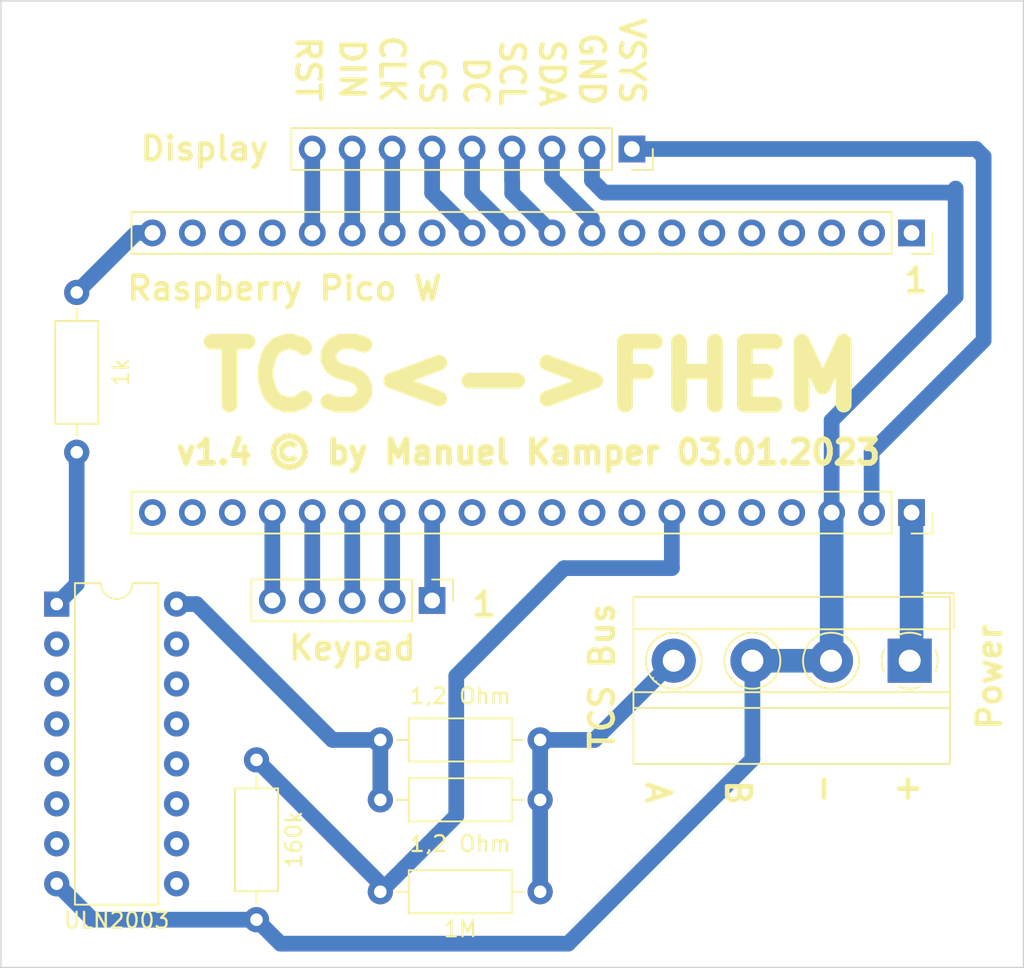
<source format=kicad_pcb>
(kicad_pcb (version 20211014) (generator pcbnew)
  (layers (0 "F.Cu" signal) (31 "B.Cu" signal) (34 "B.Paste" user) (35 "F.Paste" user) (36 "B.SilkS" user "B.Silkscreen") (37 "F.SilkS" user "F.Silkscreen") (38 "B.Mask" user) (39 "F.Mask" user) (44 "Edge.Cuts" user))
  (net 0 "")
  (net 1 "+24V")
  (net 2 "GND")
  (net 9 "Net-(J2-Pad9)")
  (net 24 "Net-(J3-Pad13)")
  (net 25 "Net-(J3-Pad14)")
  (net 26 "Net-(J3-Pad15)")
  (net 27 "Net-(J3-Pad16)")
  (net 28 "Net-(J3-Pad17)")
  (net 29 "Net-(J5-Pad4)")
  (net 30 "Net-(J5-Pad5)")
  (net 31 "Net-(J5-Pad6)")
  (net 33 "Net-(J2-Pad14)")
  (net 34 "Net-(J2-Pad15)")
  (net 35 "Net-(J2-Pad16)")
  (net 36 "Net-(J3-Pad2)")
  (net 52 "Net-(J1-Pad4)")
  (net 53 "Net-(R1-Pad1)")
  (net 54 "Net-(R5-Pad2)")
  (net 55 "Net-(J2-Pad20)")
  (net 56 "Net-(J3-Pad7)")
  (footprint "Connector_PinHeader_2.54mm:PinHeader_1x05_P2.54mm_Vertical" (layer "F.Cu") (at 175.758 109.245 -90)
    (fp_text reference "J4" hide)
    (fp_text value "Keypad" hide)
    (fp_line (start -1.33 11.49) (end 1.33 11.49) (layer "F.SilkS") (width 0.12))
    (fp_line (start 1.33 1.27) (end 1.33 11.49) (layer "F.SilkS") (width 0.12))
    (fp_line (start -1.33 -1.33) (end 0 -1.33) (layer "F.SilkS") (width 0.12))
    (fp_line (start -1.33 1.27) (end 1.33 1.27) (layer "F.SilkS") (width 0.12))
    (fp_line (start -1.33 0) (end -1.33 -1.33) (layer "F.SilkS") (width 0.12))
    (fp_line (start -1.33 1.27) (end -1.33 11.49) (layer "F.SilkS") (width 0.12))
    (pad "1" thru_hole rect (at 0 0 270) (size 1.7 1.7) (drill 1) (layers *.Cu *.Mask) (net 24 "Net-(J3-Pad13)"))
    (pad "2" thru_hole oval (at 0 2.54 270) (size 1.7 1.7) (drill 1) (layers *.Cu *.Mask) (net 25 "Net-(J3-Pad14)"))
    (pad "3" thru_hole oval (at 0 5.08 270) (size 1.7 1.7) (drill 1) (layers *.Cu *.Mask) (net 26 "Net-(J3-Pad15)"))
    (pad "4" thru_hole oval (at 0 7.62 270) (size 1.7 1.7) (drill 1) (layers *.Cu *.Mask) (net 27 "Net-(J3-Pad16)"))
    (pad "5" thru_hole oval (at 0 10.16 270) (size 1.7 1.7) (drill 1) (layers *.Cu *.Mask) (net 28 "Net-(J3-Pad17)"))
  )
  (footprint "Resistor_THT:R_Axial_DIN0207_L6.3mm_D2.5mm_P10.16mm_Horizontal" (layer "F.Cu") (at 164.592 129.54 90)
    (fp_text reference "R4" hide)
    (fp_text value "160k" (at 5.08 2.37 90) (layer "F.SilkS"))
    (fp_line (start 1.81 1.37) (end 8.35 1.37) (layer "F.SilkS") (width 0.12))
    (fp_line (start 8.35 -1.37) (end 1.81 -1.37) (layer "F.SilkS") (width 0.12))
    (fp_line (start 8.35 1.37) (end 8.35 -1.37) (layer "F.SilkS") (width 0.12))
    (fp_line (start 1.04 0) (end 1.81 0) (layer "F.SilkS") (width 0.12))
    (fp_line (start 9.12 0) (end 8.35 0) (layer "F.SilkS") (width 0.12))
    (fp_line (start 1.81 -1.37) (end 1.81 1.37) (layer "F.SilkS") (width 0.12))
    (pad "1" thru_hole circle (at 0 0 90) (size 1.6 1.6) (drill 0.8) (layers *.Cu *.Mask) (net 2 "GND"))
    (pad "2" thru_hole oval (at 10.16 0 90) (size 1.6 1.6) (drill 0.8) (layers *.Cu *.Mask) (net 56 "Net-(J3-Pad7)"))
  )
  (footprint "TerminalBlock_MetzConnect:TerminalBlock_MetzConnect_Type011_RT05504HBWC_1x04_P5.00mm_Horizontal" (layer "F.Cu") (at 206.118 113.075 180)
    (fp_text reference "J1" hide)
    (fp_text value "TCS/Power" hide)
    (fp_line (start 8.7 1.083) (end 8.65 1.133) (layer "F.SilkS") (width 0.12))
    (fp_line (start 3.7 1.083) (end 3.65 1.133) (layer "F.SilkS") (width 0.12))
    (fp_line (start 11.133 -1.35) (end 11.108 -1.326) (layer "F.SilkS") (width 0.12))
    (fp_line (start -2.56 2) (end 17.561 2) (layer "F.SilkS") (width 0.12))
    (fp_line (start 6.133 -1.35) (end 6.108 -1.326) (layer "F.SilkS") (width 0.12))
    (fp_line (start -2.56 -6.56) (end -2.56 4.06) (layer "F.SilkS") (width 0.12))
    (fp_line (start 16.133 -1.35) (end 16.108 -1.326) (layer "F.SilkS") (width 0.12))
    (fp_line (start 8.892 1.325) (end 8.868 1.35) (layer "F.SilkS") (width 0.12))
    (fp_line (start 11.35 -1.133) (end 11.301 -1.083) (layer "F.SilkS") (width 0.12))
    (fp_line (start 17.561 -6.56) (end 17.561 4.06) (layer "F.SilkS") (width 0.12))
    (fp_line (start -2.56 -6.56) (end 17.561 -6.56) (layer "F.SilkS") (width 0.12))
    (fp_line (start -2.56 4.06) (end 17.561 4.06) (layer "F.SilkS") (width 0.12))
    (fp_line (start 13.892 1.325) (end 13.868 1.35) (layer "F.SilkS") (width 0.12))
    (fp_line (start 16.35 -1.133) (end 16.301 -1.083) (layer "F.SilkS") (width 0.12))
    (fp_line (start -2.56 -2) (end 17.561 -2) (layer "F.SilkS") (width 0.12))
    (fp_line (start -2.56 -3) (end 17.561 -3) (layer "F.SilkS") (width 0.12))
    (fp_line (start -2.8 4.3) (end -0.8 4.3) (layer "F.SilkS") (width 0.12))
    (fp_line (start 6.35 -1.133) (end 6.301 -1.083) (layer "F.SilkS") (width 0.12))
    (fp_line (start 3.892 1.325) (end 3.868 1.35) (layer "F.SilkS") (width 0.12))
    (fp_line (start -2.8 2.06) (end -2.8 4.3) (layer "F.SilkS") (width 0.12))
    (fp_line (start 13.7 1.083) (end 13.65 1.133) (layer "F.SilkS") (width 0.12))
    (fp_arc (start -1.639206 0.695516) (mid -1.780657 -0.000263) (end -1.639 -0.696) (layer "F.SilkS") (width 0.12))
    (fp_arc (start 0.695501 1.638499) (mid 0.354875 1.744266) (end 0 1.78) (layer "F.SilkS") (width 0.12))
    (fp_arc (start 0.030814 1.78039) (mid -0.340023 1.747891) (end -0.696 1.639) (layer "F.SilkS") (width 0.12))
    (fp_arc (start 1.639206 -0.695516) (mid 1.780657 0.000263) (end 1.639 0.696) (layer "F.SilkS") (width 0.12))
    (fp_arc (start -0.695516 -1.639206) (mid 0.000263 -1.780657) (end 0.696 -1.639) (layer "F.SilkS") (width 0.12))
    (fp_circle (center 10 0) (end 11.78 0) (layer "F.SilkS") (width 0.12) (fill none))
    (fp_circle (center 15 0) (end 16.78 0) (layer "F.SilkS") (width 0.12) (fill none))
    (fp_circle (center 5 0) (end 6.78 0) (layer "F.SilkS") (width 0.12) (fill none))
    (pad "1" thru_hole rect (at 0 0 180) (size 2.8 2.8) (drill 1.4) (layers *.Cu *.Mask) (net 1 "+24V"))
    (pad "2" thru_hole circle (at 5 0 180) (size 2.8 2.8) (drill 1.4) (layers *.Cu *.Mask) (net 2 "GND"))
    (pad "3" thru_hole circle (at 10 0 180) (size 2.8 2.8) (drill 1.4) (layers *.Cu *.Mask) (net 2 "GND"))
    (pad "4" thru_hole circle (at 15 0 180) (size 2.8 2.8) (drill 1.4) (layers *.Cu *.Mask) (net 52 "Net-(J1-Pad4)"))
  )
  (footprint "Connector_PinSocket_2.54mm:PinSocket_1x20_P2.54mm_Vertical" (layer "F.Cu") (at 206.238 103.657 -90)
    (fp_text reference "J3" hide)
    (fp_text value "Conn_01x20_Male" hide)
    (fp_line (start -1.33 49.59) (end 1.33 49.59) (layer "F.SilkS") (width 0.12))
    (fp_line (start 0 -1.33) (end 1.33 -1.33) (layer "F.SilkS") (width 0.12))
    (fp_line (start -1.33 1.27) (end 1.33 1.27) (layer "F.SilkS") (width 0.12))
    (fp_line (start 1.33 -1.33) (end 1.33 0) (layer "F.SilkS") (width 0.12))
    (fp_line (start -1.33 1.27) (end -1.33 49.59) (layer "F.SilkS") (width 0.12))
    (fp_line (start 1.33 1.27) (end 1.33 49.59) (layer "F.SilkS") (width 0.12))
    (pad "1" thru_hole rect (at 0 0 270) (size 1.7 1.7) (drill 1) (layers *.Cu *.Mask) (net 1 "+24V"))
    (pad "2" thru_hole oval (at 0 2.54 270) (size 1.7 1.7) (drill 1) (layers *.Cu *.Mask) (net 36 "Net-(J3-Pad2)"))
    (pad "3" thru_hole oval (at 0 5.08 270) (size 1.7 1.7) (drill 1) (layers *.Cu *.Mask) (net 2 "GND"))
    (pad "4" thru_hole oval (at 0 7.62 270) (size 1.7 1.7) (drill 1) (layers *.Cu *.Mask))
    (pad "5" thru_hole oval (at 0 10.16 270) (size 1.7 1.7) (drill 1) (layers *.Cu *.Mask))
    (pad "6" thru_hole oval (at 0 12.7 270) (size 1.7 1.7) (drill 1) (layers *.Cu *.Mask))
    (pad "7" thru_hole oval (at 0 15.24 270) (size 1.7 1.7) (drill 1) (layers *.Cu *.Mask) (net 56 "Net-(J3-Pad7)"))
    (pad "8" thru_hole oval (at 0 17.78 270) (size 1.7 1.7) (drill 1) (layers *.Cu *.Mask))
    (pad "9" thru_hole oval (at 0 20.32 270) (size 1.7 1.7) (drill 1) (layers *.Cu *.Mask))
    (pad "10" thru_hole oval (at 0 22.86 270) (size 1.7 1.7) (drill 1) (layers *.Cu *.Mask))
    (pad "11" thru_hole oval (at 0 25.4 270) (size 1.7 1.7) (drill 1) (layers *.Cu *.Mask))
    (pad "12" thru_hole oval (at 0 27.94 270) (size 1.7 1.7) (drill 1) (layers *.Cu *.Mask))
    (pad "13" thru_hole oval (at 0 30.48 270) (size 1.7 1.7) (drill 1) (layers *.Cu *.Mask) (net 24 "Net-(J3-Pad13)"))
    (pad "14" thru_hole oval (at 0 33.02 270) (size 1.7 1.7) (drill 1) (layers *.Cu *.Mask) (net 25 "Net-(J3-Pad14)"))
    (pad "15" thru_hole oval (at 0 35.56 270) (size 1.7 1.7) (drill 1) (layers *.Cu *.Mask) (net 26 "Net-(J3-Pad15)"))
    (pad "16" thru_hole oval (at 0 38.1 270) (size 1.7 1.7) (drill 1) (layers *.Cu *.Mask) (net 27 "Net-(J3-Pad16)"))
    (pad "17" thru_hole oval (at 0 40.64 270) (size 1.7 1.7) (drill 1) (layers *.Cu *.Mask) (net 28 "Net-(J3-Pad17)"))
    (pad "18" thru_hole oval (at 0 43.18 270) (size 1.7 1.7) (drill 1) (layers *.Cu *.Mask))
    (pad "19" thru_hole oval (at 0 45.72 270) (size 1.7 1.7) (drill 1) (layers *.Cu *.Mask))
    (pad "20" thru_hole oval (at 0 48.26 270) (size 1.7 1.7) (drill 1) (layers *.Cu *.Mask))
  )
  (footprint "Connector_PinSocket_2.54mm:PinSocket_1x20_P2.54mm_Vertical" (layer "F.Cu") (at 206.238 85.877 -90)
    (fp_text reference "J2" hide)
    (fp_text value "Conn_01x20_Male" hide)
    (fp_line (start 0 -1.33) (end 1.33 -1.33) (layer "F.SilkS") (width 0.12))
    (fp_line (start -1.33 1.27) (end -1.33 49.59) (layer "F.SilkS") (width 0.12))
    (fp_line (start 1.33 -1.33) (end 1.33 0) (layer "F.SilkS") (width 0.12))
    (fp_line (start 1.33 1.27) (end 1.33 49.59) (layer "F.SilkS") (width 0.12))
    (fp_line (start -1.33 49.59) (end 1.33 49.59) (layer "F.SilkS") (width 0.12))
    (fp_line (start -1.33 1.27) (end 1.33 1.27) (layer "F.SilkS") (width 0.12))
    (pad "1" thru_hole rect (at 0 0 270) (size 1.7 1.7) (drill 1) (layers *.Cu *.Mask))
    (pad "2" thru_hole oval (at 0 2.54 270) (size 1.7 1.7) (drill 1) (layers *.Cu *.Mask))
    (pad "3" thru_hole oval (at 0 5.08 270) (size 1.7 1.7) (drill 1) (layers *.Cu *.Mask))
    (pad "4" thru_hole oval (at 0 7.62 270) (size 1.7 1.7) (drill 1) (layers *.Cu *.Mask))
    (pad "5" thru_hole oval (at 0 10.16 270) (size 1.7 1.7) (drill 1) (layers *.Cu *.Mask))
    (pad "6" thru_hole oval (at 0 12.7 270) (size 1.7 1.7) (drill 1) (layers *.Cu *.Mask))
    (pad "7" thru_hole oval (at 0 15.24 270) (size 1.7 1.7) (drill 1) (layers *.Cu *.Mask))
    (pad "8" thru_hole oval (at 0 17.78 270) (size 1.7 1.7) (drill 1) (layers *.Cu *.Mask))
    (pad "9" thru_hole oval (at 0 20.32 270) (size 1.7 1.7) (drill 1) (layers *.Cu *.Mask) (net 9 "Net-(J2-Pad9)"))
    (pad "10" thru_hole oval (at 0 22.86 270) (size 1.7 1.7) (drill 1) (layers *.Cu *.Mask) (net 29 "Net-(J5-Pad4)"))
    (pad "11" thru_hole oval (at 0 25.4 270) (size 1.7 1.7) (drill 1) (layers *.Cu *.Mask) (net 30 "Net-(J5-Pad5)"))
    (pad "12" thru_hole oval (at 0 27.94 270) (size 1.7 1.7) (drill 1) (layers *.Cu *.Mask) (net 31 "Net-(J5-Pad6)"))
    (pad "13" thru_hole oval (at 0 30.48 270) (size 1.7 1.7) (drill 1) (layers *.Cu *.Mask))
    (pad "14" thru_hole oval (at 0 33.02 270) (size 1.7 1.7) (drill 1) (layers *.Cu *.Mask) (net 33 "Net-(J2-Pad14)"))
    (pad "15" thru_hole oval (at 0 35.56 270) (size 1.7 1.7) (drill 1) (layers *.Cu *.Mask) (net 34 "Net-(J2-Pad15)"))
    (pad "16" thru_hole oval (at 0 38.1 270) (size 1.7 1.7) (drill 1) (layers *.Cu *.Mask) (net 35 "Net-(J2-Pad16)"))
    (pad "17" thru_hole oval (at 0 40.64 270) (size 1.7 1.7) (drill 1) (layers *.Cu *.Mask))
    (pad "18" thru_hole oval (at 0 43.18 270) (size 1.7 1.7) (drill 1) (layers *.Cu *.Mask))
    (pad "19" thru_hole oval (at 0 45.72 270) (size 1.7 1.7) (drill 1) (layers *.Cu *.Mask))
    (pad "20" thru_hole oval (at 0 48.26 270) (size 1.7 1.7) (drill 1) (layers *.Cu *.Mask) (net 55 "Net-(J2-Pad20)"))
  )
  (footprint "Package_DIP:DIP-16_W7.62mm" (layer "F.Cu") (at 151.892 109.474)
    (fp_text reference "U2" hide)
    (fp_text value "ULN2003" (at 3.81 20.11) (layer "F.SilkS"))
    (fp_line (start 6.46 -1.33) (end 4.81 -1.33) (layer "F.SilkS") (width 0.12))
    (fp_line (start 1.16 19.11) (end 6.46 19.11) (layer "F.SilkS") (width 0.12))
    (fp_line (start 6.46 19.11) (end 6.46 -1.33) (layer "F.SilkS") (width 0.12))
    (fp_line (start 2.81 -1.33) (end 1.16 -1.33) (layer "F.SilkS") (width 0.12))
    (fp_line (start 1.16 -1.33) (end 1.16 19.11) (layer "F.SilkS") (width 0.12))
    (fp_arc (start 4.81 -1.33) (mid 3.81 -0.33) (end 2.81 -1.33) (layer "F.SilkS") (width 0.12))
    (pad "1" thru_hole rect (at 0 0) (size 1.6 1.6) (drill 0.8) (layers *.Cu *.Mask) (net 54 "Net-(R5-Pad2)"))
    (pad "2" thru_hole oval (at 0 2.54) (size 1.6 1.6) (drill 0.8) (layers *.Cu *.Mask))
    (pad "3" thru_hole oval (at 0 5.08) (size 1.6 1.6) (drill 0.8) (layers *.Cu *.Mask))
    (pad "4" thru_hole oval (at 0 7.62) (size 1.6 1.6) (drill 0.8) (layers *.Cu *.Mask))
    (pad "5" thru_hole oval (at 0 10.16) (size 1.6 1.6) (drill 0.8) (layers *.Cu *.Mask))
    (pad "6" thru_hole oval (at 0 12.7) (size 1.6 1.6) (drill 0.8) (layers *.Cu *.Mask))
    (pad "7" thru_hole oval (at 0 15.24) (size 1.6 1.6) (drill 0.8) (layers *.Cu *.Mask))
    (pad "8" thru_hole oval (at 0 17.78) (size 1.6 1.6) (drill 0.8) (layers *.Cu *.Mask) (net 2 "GND"))
    (pad "9" thru_hole oval (at 7.62 17.78) (size 1.6 1.6) (drill 0.8) (layers *.Cu *.Mask))
    (pad "10" thru_hole oval (at 7.62 15.24) (size 1.6 1.6) (drill 0.8) (layers *.Cu *.Mask))
    (pad "11" thru_hole oval (at 7.62 12.7) (size 1.6 1.6) (drill 0.8) (layers *.Cu *.Mask))
    (pad "12" thru_hole oval (at 7.62 10.16) (size 1.6 1.6) (drill 0.8) (layers *.Cu *.Mask))
    (pad "13" thru_hole oval (at 7.62 7.62) (size 1.6 1.6) (drill 0.8) (layers *.Cu *.Mask))
    (pad "14" thru_hole oval (at 7.62 5.08) (size 1.6 1.6) (drill 0.8) (layers *.Cu *.Mask))
    (pad "15" thru_hole oval (at 7.62 2.54) (size 1.6 1.6) (drill 0.8) (layers *.Cu *.Mask))
    (pad "16" thru_hole oval (at 7.62 0) (size 1.6 1.6) (drill 0.8) (layers *.Cu *.Mask) (net 53 "Net-(R1-Pad1)"))
  )
  (footprint "Resistor_THT:R_Axial_DIN0207_L6.3mm_D2.5mm_P10.16mm_Horizontal" (layer "F.Cu") (at 172.466 118.11)
    (fp_text reference "R1" hide)
    (fp_text value "1,2 Ohm" (at 5.08 -2.794) (layer "F.SilkS"))
    (fp_line (start 1.81 -1.37) (end 1.81 1.37) (layer "F.SilkS") (width 0.12))
    (fp_line (start 1.81 1.37) (end 8.35 1.37) (layer "F.SilkS") (width 0.12))
    (fp_line (start 1.04 0) (end 1.81 0) (layer "F.SilkS") (width 0.12))
    (fp_line (start 9.12 0) (end 8.35 0) (layer "F.SilkS") (width 0.12))
    (fp_line (start 8.35 -1.37) (end 1.81 -1.37) (layer "F.SilkS") (width 0.12))
    (fp_line (start 8.35 1.37) (end 8.35 -1.37) (layer "F.SilkS") (width 0.12))
    (pad "1" thru_hole circle (at 0 0) (size 1.6 1.6) (drill 0.8) (layers *.Cu *.Mask) (net 53 "Net-(R1-Pad1)"))
    (pad "2" thru_hole oval (at 10.16 0) (size 1.6 1.6) (drill 0.8) (layers *.Cu *.Mask) (net 52 "Net-(J1-Pad4)"))
  )
  (footprint "Connector_PinSocket_2.54mm:PinSocket_1x09_P2.54mm_Vertical" (layer "F.Cu") (at 188.458 80.543 -90)
    (fp_text reference "J5" hide)
    (fp_text value "Display" hide)
    (fp_line (start 0 -1.33) (end 1.33 -1.33) (layer "F.SilkS") (width 0.12))
    (fp_line (start 1.33 -1.33) (end 1.33 0) (layer "F.SilkS") (width 0.12))
    (fp_line (start -1.33 1.27) (end 1.33 1.27) (layer "F.SilkS") (width 0.12))
    (fp_line (start -1.33 21.65) (end 1.33 21.65) (layer "F.SilkS") (width 0.12))
    (fp_line (start -1.33 1.27) (end -1.33 21.65) (layer "F.SilkS") (width 0.12))
    (fp_line (start 1.33 1.27) (end 1.33 21.65) (layer "F.SilkS") (width 0.12))
    (pad "1" thru_hole rect (at 0 0 270) (size 1.7 1.7) (drill 1) (layers *.Cu *.Mask) (net 36 "Net-(J3-Pad2)"))
    (pad "2" thru_hole oval (at 0 2.54 270) (size 1.7 1.7) (drill 1) (layers *.Cu *.Mask) (net 2 "GND"))
    (pad "3" thru_hole oval (at 0 5.08 270) (size 1.7 1.7) (drill 1) (layers *.Cu *.Mask) (net 9 "Net-(J2-Pad9)"))
    (pad "4" thru_hole oval (at 0 7.62 270) (size 1.7 1.7) (drill 1) (layers *.Cu *.Mask) (net 29 "Net-(J5-Pad4)"))
    (pad "5" thru_hole oval (at 0 10.16 270) (size 1.7 1.7) (drill 1) (layers *.Cu *.Mask) (net 30 "Net-(J5-Pad5)"))
    (pad "6" thru_hole oval (at 0 12.7 270) (size 1.7 1.7) (drill 1) (layers *.Cu *.Mask) (net 31 "Net-(J5-Pad6)"))
    (pad "7" thru_hole oval (at 0 15.24 270) (size 1.7 1.7) (drill 1) (layers *.Cu *.Mask) (net 33 "Net-(J2-Pad14)"))
    (pad "8" thru_hole oval (at 0 17.78 270) (size 1.7 1.7) (drill 1) (layers *.Cu *.Mask) (net 34 "Net-(J2-Pad15)"))
    (pad "9" thru_hole oval (at 0 20.32 270) (size 1.7 1.7) (drill 1) (layers *.Cu *.Mask) (net 35 "Net-(J2-Pad16)"))
  )
  (footprint "Resistor_THT:R_Axial_DIN0207_L6.3mm_D2.5mm_P10.16mm_Horizontal" (layer "F.Cu") (at 172.466 127.762)
    (fp_text reference "R3" hide)
    (fp_text value "1M" (at 5.08 2.37) (layer "F.SilkS"))
    (fp_line (start 8.35 -1.37) (end 1.81 -1.37) (layer "F.SilkS") (width 0.12))
    (fp_line (start 9.12 0) (end 8.35 0) (layer "F.SilkS") (width 0.12))
    (fp_line (start 1.81 -1.37) (end 1.81 1.37) (layer "F.SilkS") (width 0.12))
    (fp_line (start 8.35 1.37) (end 8.35 -1.37) (layer "F.SilkS") (width 0.12))
    (fp_line (start 1.04 0) (end 1.81 0) (layer "F.SilkS") (width 0.12))
    (fp_line (start 1.81 1.37) (end 8.35 1.37) (layer "F.SilkS") (width 0.12))
    (pad "1" thru_hole circle (at 0 0) (size 1.6 1.6) (drill 0.8) (layers *.Cu *.Mask) (net 56 "Net-(J3-Pad7)"))
    (pad "2" thru_hole oval (at 10.16 0) (size 1.6 1.6) (drill 0.8) (layers *.Cu *.Mask) (net 52 "Net-(J1-Pad4)"))
  )
  (footprint "Resistor_THT:R_Axial_DIN0207_L6.3mm_D2.5mm_P10.16mm_Horizontal" (layer "F.Cu") (at 153.162 89.662 -90)
    (fp_text reference "R5" hide)
    (fp_text value "1k" (at 5.08 -2.794 90) (layer "F.SilkS"))
    (fp_line (start 9.12 0) (end 8.35 0) (layer "F.SilkS") (width 0.12))
    (fp_line (start 1.04 0) (end 1.81 0) (layer "F.SilkS") (width 0.12))
    (fp_line (start 8.35 -1.37) (end 1.81 -1.37) (layer "F.SilkS") (width 0.12))
    (fp_line (start 8.35 1.37) (end 8.35 -1.37) (layer "F.SilkS") (width 0.12))
    (fp_line (start 1.81 -1.37) (end 1.81 1.37) (layer "F.SilkS") (width 0.12))
    (fp_line (start 1.81 1.37) (end 8.35 1.37) (layer "F.SilkS") (width 0.12))
    (pad "1" thru_hole circle (at 0 0 270) (size 1.6 1.6) (drill 0.8) (layers *.Cu *.Mask) (net 55 "Net-(J2-Pad20)"))
    (pad "2" thru_hole oval (at 10.16 0 270) (size 1.6 1.6) (drill 0.8) (layers *.Cu *.Mask) (net 54 "Net-(R5-Pad2)"))
  )
  (footprint "Resistor_THT:R_Axial_DIN0207_L6.3mm_D2.5mm_P10.16mm_Horizontal" (layer "F.Cu") (at 172.466 121.92)
    (fp_text reference "R2" hide)
    (fp_text value "1,2 Ohm" (at 5.08 2.794) (layer "F.SilkS"))
    (fp_line (start 8.35 1.37) (end 8.35 -1.37) (layer "F.SilkS") (width 0.12))
    (fp_line (start 1.04 0) (end 1.81 0) (layer "F.SilkS") (width 0.12))
    (fp_line (start 8.35 -1.37) (end 1.81 -1.37) (layer "F.SilkS") (width 0.12))
    (fp_line (start 1.81 -1.37) (end 1.81 1.37) (layer "F.SilkS") (width 0.12))
    (fp_line (start 1.81 1.37) (end 8.35 1.37) (layer "F.SilkS") (width 0.12))
    (fp_line (start 9.12 0) (end 8.35 0) (layer "F.SilkS") (width 0.12))
    (pad "1" thru_hole circle (at 0 0) (size 1.6 1.6) (drill 0.8) (layers *.Cu *.Mask) (net 53 "Net-(R1-Pad1)"))
    (pad "2" thru_hole oval (at 10.16 0) (size 1.6 1.6) (drill 0.8) (layers *.Cu *.Mask) (net 52 "Net-(J1-Pad4)"))
  )
  (gr_rect (start 148.336 71.12) (end 213.36 132.588) (layer "Edge.Cuts") (width 0.1) (fill none))
  (gr_text "A" (at 190.116 121.457 -90) (layer "F.SilkS") (effects (font (size 1.5 1.5) (thickness 0.3))))
  (gr_text "VSYS" (at 188.458 74.955 -90) (layer "F.SilkS") (effects (font (size 1.5 1.5) (thickness 0.3))))
  (gr_text "1" (at 206.522 88.9) (layer "F.SilkS") (effects (font (size 1.5 1.5) (thickness 0.3))))
  (gr_text "+" (at 206.118 121.203 -90) (layer "F.SilkS") (effects (font (size 1.5 1.5) (thickness 0.3))))
  (gr_text "DIN" (at 170.678 75.463 -90) (layer "F.SilkS") (effects (font (size 1.5 1.5) (thickness 0.3))))
  (gr_text "CS" (at 175.758 76.225 -90) (layer "F.SilkS") (effects (font (size 1.5 1.5) (thickness 0.3))))
  (gr_text "CLK" (at 173.218 75.463 -90) (layer "F.SilkS") (effects (font (size 1.5 1.5) (thickness 0.3))))
  (gr_text "Keypad" (at 170.688 112.268) (layer "F.SilkS") (effects (font (size 1.5 1.5) (thickness 0.3))))
  (gr_text "v1.4 © by Manuel Kamper 03.01.2023" (at 181.864 99.822) (layer "F.SilkS") (effects (font (size 1.5 1.5) (thickness 0.375))))
  (gr_text "GND" (at 185.918 75.463 -90) (layer "F.SilkS") (effects (font (size 1.5 1.5) (thickness 0.3))))
  (gr_text "Raspberry Pico W" (at 166.37 89.408) (layer "F.SilkS") (effects (font (size 1.5 1.5) (thickness 0.3))))
  (gr_text "SDA" (at 183.378 75.717 -90) (layer "F.SilkS") (effects (font (size 1.5 1.5) (thickness 0.3))))
  (gr_text "RST" (at 167.884 75.463 -90) (layer "F.SilkS") (effects (font (size 1.5 1.5) (thickness 0.3))))
  (gr_text "TCS Bus" (at 186.56 114.091 90) (layer "F.SilkS") (effects (font (size 1.5 1.5) (thickness 0.3))))
  (gr_text "-" (at 200.784 121.203 -90) (layer "F.SilkS") (effects (font (size 1.5 1.5) (thickness 0.3))))
  (gr_text "1" (at 179.06 109.499) (layer "F.SilkS") (effects (font (size 1.5 1.5) (thickness 0.3))))
  (gr_text "B" (at 195.196 121.457 -90) (layer "F.SilkS") (effects (font (size 1.5 1.5) (thickness 0.3))))
  (gr_text "DC" (at 178.552 76.225 -90) (layer "F.SilkS") (effects (font (size 1.5 1.5) (thickness 0.3))))
  (gr_text "Power" (at 211.198 114.091 90) (layer "F.SilkS") (effects (font (size 1.5 1.5) (thickness 0.3))))
  (gr_text "TCS<->FHEM" (at 182.118 94.996) (layer "F.SilkS") (effects (font (size 4 4) (thickness 1))))
  (gr_text "Display" (at 161.29 80.518) (layer "F.SilkS") (effects (font (size 1.5 1.5) (thickness 0.3))))
  (gr_text "SCL" (at 180.838 75.717 -90) (layer "F.SilkS") (effects (font (size 1.5 1.5) (thickness 0.3))))
  (segment (start 206.238 103.657) (end 206.238 112.955) (width 1.5) (layer "B.Cu") (net 1))
  (segment (start 206.238 112.955) (end 206.118 113.075) (width 0.25) (layer "B.Cu") (net 1))
  (segment (start 185.918 82.54) (end 186.69 83.312) (width 1) (layer "B.Cu") (net 2))
  (segment (start 209.042 83.058) (end 209.042 89.916) (width 1) (layer "B.Cu") (net 2))
  (segment (start 154.178 129.54) (end 164.592 129.54) (width 1) (layer "B.Cu") (net 2))
  (segment (start 186.69 83.312) (end 208.788 83.312) (width 1) (layer "B.Cu") (net 2))
  (segment (start 151.892 127.254) (end 154.178 129.54) (width 1) (layer "B.Cu") (net 2))
  (segment (start 196.118 119.35) (end 196.118 113.075) (width 1) (layer "B.Cu") (net 2))
  (segment (start 164.592 129.54) (end 166.116 131.064) (width 1) (layer "B.Cu") (net 2))
  (segment (start 184.404 131.064) (end 196.118 119.35) (width 1) (layer "B.Cu") (net 2))
  (segment (start 209.042 89.916) (end 201.158 97.8) (width 1) (layer "B.Cu") (net 2))
  (segment (start 201.158 97.8) (end 201.158 103.657) (width 1) (layer "B.Cu") (net 2))
  (segment (start 185.918 80.543) (end 185.918 82.54) (width 1) (layer "B.Cu") (net 2))
  (segment (start 201.158 103.657) (end 201.158 113.035) (width 1.5) (layer "B.Cu") (net 2))
  (segment (start 201.158 113.035) (end 201.118 113.075) (width 0.25) (layer "B.Cu") (net 2))
  (segment (start 166.116 131.064) (end 184.404 131.064) (width 1) (layer "B.Cu") (net 2))
  (segment (start 208.788 83.312) (end 209.042 83.058) (width 0.25) (layer "B.Cu") (net 2))
  (segment (start 201.118 113.075) (end 196.118 113.075) (width 1.5) (layer "B.Cu") (net 2))
  (segment (start 183.378 80.543) (end 183.378 82.446604) (width 1) (layer "B.Cu") (net 9))
  (segment (start 183.378 82.446604) (end 185.918 84.986604) (width 1) (layer "B.Cu") (net 9))
  (segment (start 185.918 84.986604) (end 185.918 85.877) (width 0.25) (layer "B.Cu") (net 9))
  (segment (start 175.758 103.657) (end 175.758 109.245) (width 1) (layer "B.Cu") (net 24))
  (segment (start 173.218 103.657) (end 173.218 109.245) (width 1) (layer "B.Cu") (net 25))
  (segment (start 170.678 103.657) (end 170.678 109.245) (width 1) (layer "B.Cu") (net 26))
  (segment (start 168.138 103.657) (end 168.138 109.245) (width 1) (layer "B.Cu") (net 27))
  (segment (start 165.598 103.657) (end 165.598 109.245) (width 1) (layer "B.Cu") (net 28))
  (segment (start 180.848 83.347) (end 180.848 82.55) (width 1) (layer "B.Cu") (net 29))
  (segment (start 180.848 82.55) (end 180.838 82.54) (width 0.25) (layer "B.Cu") (net 29))
  (segment (start 183.378 85.877) (end 180.848 83.347) (width 1) (layer "B.Cu") (net 29))
  (segment (start 180.838 82.54) (end 180.838 80.543) (width 1) (layer "B.Cu") (net 29))
  (segment (start 178.298 83.337) (end 178.298 80.543) (width 1) (layer "B.Cu") (net 30))
  (segment (start 180.838 85.877) (end 178.298 83.337) (width 1) (layer "B.Cu") (net 30))
  (segment (start 178.298 85.877) (end 175.758 83.337) (width 1) (layer "B.Cu") (net 31))
  (segment (start 175.758 83.337) (end 175.758 80.543) (width 1) (layer "B.Cu") (net 31))
  (segment (start 173.218 80.543) (end 173.218 85.877) (width 1) (layer "B.Cu") (net 33))
  (segment (start 170.678 80.543) (end 170.678 85.877) (width 1) (layer "B.Cu") (net 34))
  (segment (start 168.138 80.543) (end 168.138 85.877) (width 1) (layer "B.Cu") (net 35))
  (segment (start 188.458 80.543) (end 210.337 80.543) (width 1) (layer "B.Cu") (net 36))
  (segment (start 210.82 81.026) (end 210.82 92.71) (width 1) (layer "B.Cu") (net 36))
  (segment (start 210.82 92.71) (end 203.698 99.832) (width 1) (layer "B.Cu") (net 36))
  (segment (start 210.337 80.543) (end 210.82 81.026) (width 1) (layer "B.Cu") (net 36))
  (segment (start 203.698 99.832) (end 203.698 103.657) (width 1) (layer "B.Cu") (net 36))
  (segment (start 182.626 121.92) (end 182.626 127.762) (width 1) (layer "B.Cu") (net 52))
  (segment (start 182.626 118.11) (end 182.626 121.92) (width 1) (layer "B.Cu") (net 52))
  (segment (start 182.626 118.11) (end 186.083 118.11) (width 1) (layer "B.Cu") (net 52))
  (segment (start 186.083 118.11) (end 191.118 113.075) (width 1) (layer "B.Cu") (net 52))
  (segment (start 160.782 109.474) (end 169.418 118.11) (width 1) (layer "B.Cu") (net 53))
  (segment (start 172.466 118.11) (end 172.466 121.92) (width 1) (layer "B.Cu") (net 53))
  (segment (start 159.512 109.474) (end 160.782 109.474) (width 1) (layer "B.Cu") (net 53))
  (segment (start 169.418 118.11) (end 172.466 118.11) (width 1) (layer "B.Cu") (net 53))
  (segment (start 153.162 108.204) (end 151.892 109.474) (width 1) (layer "B.Cu") (net 54))
  (segment (start 153.162 99.822) (end 153.162 108.204) (width 1) (layer "B.Cu") (net 54))
  (segment (start 156.947 85.877) (end 157.978 85.877) (width 1) (layer "B.Cu") (net 55))
  (segment (start 153.162 89.662) (end 156.947 85.877) (width 1) (layer "B.Cu") (net 55))
  (segment (start 190.998 107.178) (end 190.998 103.657) (width 1) (layer "B.Cu") (net 56))
  (segment (start 164.592 119.38) (end 172.466 127.254) (width 1) (layer "B.Cu") (net 56))
  (segment (start 172.466 127.254) (end 172.466 127.762) (width 0.25) (layer "B.Cu") (net 56))
  (segment (start 184.15 107.188) (end 191.008 107.188) (width 1) (layer "B.Cu") (net 56))
  (segment (start 172.466 127.762) (end 177.292 122.936) (width 1) (layer "B.Cu") (net 56))
  (segment (start 177.292 114.046) (end 184.15 107.188) (width 1) (layer "B.Cu") (net 56))
  (segment (start 177.292 122.936) (end 177.292 114.046) (width 1) (layer "B.Cu") (net 56))
  (segment (start 191.008 107.188) (end 190.998 107.178) (width 0.25) (layer "B.Cu") (net 56))
)
</source>
